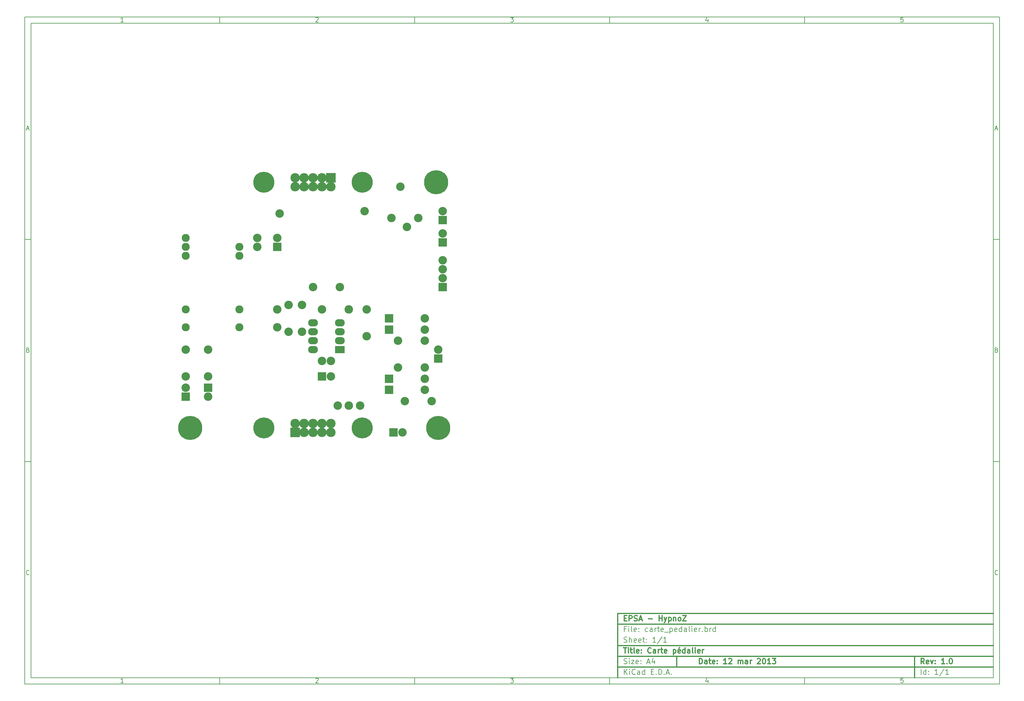
<source format=gts>
G04 (created by PCBNEW-RS274X (2012-01-19 BZR 3256)-stable) date 12/03/2013 15:31:22*
G01*
G70*
G90*
%MOIN*%
G04 Gerber Fmt 3.4, Leading zero omitted, Abs format*
%FSLAX34Y34*%
G04 APERTURE LIST*
%ADD10C,0.006000*%
%ADD11C,0.012000*%
%ADD12C,0.235000*%
%ADD13R,0.105000X0.105000*%
%ADD14C,0.105000*%
%ADD15C,0.095000*%
%ADD16R,0.095000X0.095000*%
%ADD17C,0.090000*%
%ADD18R,0.110000X0.082000*%
%ADD19O,0.110000X0.082000*%
%ADD20C,0.270000*%
G04 APERTURE END LIST*
G54D10*
X04000Y-04000D02*
X113000Y-04000D01*
X113000Y-78670D01*
X04000Y-78670D01*
X04000Y-04000D01*
X04700Y-04700D02*
X112300Y-04700D01*
X112300Y-77970D01*
X04700Y-77970D01*
X04700Y-04700D01*
X25800Y-04000D02*
X25800Y-04700D01*
X15043Y-04552D02*
X14757Y-04552D01*
X14900Y-04552D02*
X14900Y-04052D01*
X14852Y-04124D01*
X14805Y-04171D01*
X14757Y-04195D01*
X25800Y-78670D02*
X25800Y-77970D01*
X15043Y-78522D02*
X14757Y-78522D01*
X14900Y-78522D02*
X14900Y-78022D01*
X14852Y-78094D01*
X14805Y-78141D01*
X14757Y-78165D01*
X47600Y-04000D02*
X47600Y-04700D01*
X36557Y-04100D02*
X36581Y-04076D01*
X36629Y-04052D01*
X36748Y-04052D01*
X36795Y-04076D01*
X36819Y-04100D01*
X36843Y-04148D01*
X36843Y-04195D01*
X36819Y-04267D01*
X36533Y-04552D01*
X36843Y-04552D01*
X47600Y-78670D02*
X47600Y-77970D01*
X36557Y-78070D02*
X36581Y-78046D01*
X36629Y-78022D01*
X36748Y-78022D01*
X36795Y-78046D01*
X36819Y-78070D01*
X36843Y-78118D01*
X36843Y-78165D01*
X36819Y-78237D01*
X36533Y-78522D01*
X36843Y-78522D01*
X69400Y-04000D02*
X69400Y-04700D01*
X58333Y-04052D02*
X58643Y-04052D01*
X58476Y-04243D01*
X58548Y-04243D01*
X58595Y-04267D01*
X58619Y-04290D01*
X58643Y-04338D01*
X58643Y-04457D01*
X58619Y-04505D01*
X58595Y-04529D01*
X58548Y-04552D01*
X58405Y-04552D01*
X58357Y-04529D01*
X58333Y-04505D01*
X69400Y-78670D02*
X69400Y-77970D01*
X58333Y-78022D02*
X58643Y-78022D01*
X58476Y-78213D01*
X58548Y-78213D01*
X58595Y-78237D01*
X58619Y-78260D01*
X58643Y-78308D01*
X58643Y-78427D01*
X58619Y-78475D01*
X58595Y-78499D01*
X58548Y-78522D01*
X58405Y-78522D01*
X58357Y-78499D01*
X58333Y-78475D01*
X91200Y-04000D02*
X91200Y-04700D01*
X80395Y-04219D02*
X80395Y-04552D01*
X80276Y-04029D02*
X80157Y-04386D01*
X80467Y-04386D01*
X91200Y-78670D02*
X91200Y-77970D01*
X80395Y-78189D02*
X80395Y-78522D01*
X80276Y-77999D02*
X80157Y-78356D01*
X80467Y-78356D01*
X102219Y-04052D02*
X101981Y-04052D01*
X101957Y-04290D01*
X101981Y-04267D01*
X102029Y-04243D01*
X102148Y-04243D01*
X102195Y-04267D01*
X102219Y-04290D01*
X102243Y-04338D01*
X102243Y-04457D01*
X102219Y-04505D01*
X102195Y-04529D01*
X102148Y-04552D01*
X102029Y-04552D01*
X101981Y-04529D01*
X101957Y-04505D01*
X102219Y-78022D02*
X101981Y-78022D01*
X101957Y-78260D01*
X101981Y-78237D01*
X102029Y-78213D01*
X102148Y-78213D01*
X102195Y-78237D01*
X102219Y-78260D01*
X102243Y-78308D01*
X102243Y-78427D01*
X102219Y-78475D01*
X102195Y-78499D01*
X102148Y-78522D01*
X102029Y-78522D01*
X101981Y-78499D01*
X101957Y-78475D01*
X04000Y-28890D02*
X04700Y-28890D01*
X04231Y-16510D02*
X04469Y-16510D01*
X04184Y-16652D02*
X04350Y-16152D01*
X04517Y-16652D01*
X113000Y-28890D02*
X112300Y-28890D01*
X112531Y-16510D02*
X112769Y-16510D01*
X112484Y-16652D02*
X112650Y-16152D01*
X112817Y-16652D01*
X04000Y-53780D02*
X04700Y-53780D01*
X04386Y-41280D02*
X04457Y-41304D01*
X04481Y-41328D01*
X04505Y-41376D01*
X04505Y-41447D01*
X04481Y-41495D01*
X04457Y-41519D01*
X04410Y-41542D01*
X04219Y-41542D01*
X04219Y-41042D01*
X04386Y-41042D01*
X04433Y-41066D01*
X04457Y-41090D01*
X04481Y-41138D01*
X04481Y-41185D01*
X04457Y-41233D01*
X04433Y-41257D01*
X04386Y-41280D01*
X04219Y-41280D01*
X113000Y-53780D02*
X112300Y-53780D01*
X112686Y-41280D02*
X112757Y-41304D01*
X112781Y-41328D01*
X112805Y-41376D01*
X112805Y-41447D01*
X112781Y-41495D01*
X112757Y-41519D01*
X112710Y-41542D01*
X112519Y-41542D01*
X112519Y-41042D01*
X112686Y-41042D01*
X112733Y-41066D01*
X112757Y-41090D01*
X112781Y-41138D01*
X112781Y-41185D01*
X112757Y-41233D01*
X112733Y-41257D01*
X112686Y-41280D01*
X112519Y-41280D01*
X04505Y-66385D02*
X04481Y-66409D01*
X04410Y-66432D01*
X04362Y-66432D01*
X04290Y-66409D01*
X04243Y-66361D01*
X04219Y-66313D01*
X04195Y-66218D01*
X04195Y-66147D01*
X04219Y-66051D01*
X04243Y-66004D01*
X04290Y-65956D01*
X04362Y-65932D01*
X04410Y-65932D01*
X04481Y-65956D01*
X04505Y-65980D01*
X112805Y-66385D02*
X112781Y-66409D01*
X112710Y-66432D01*
X112662Y-66432D01*
X112590Y-66409D01*
X112543Y-66361D01*
X112519Y-66313D01*
X112495Y-66218D01*
X112495Y-66147D01*
X112519Y-66051D01*
X112543Y-66004D01*
X112590Y-65956D01*
X112662Y-65932D01*
X112710Y-65932D01*
X112781Y-65956D01*
X112805Y-65980D01*
G54D11*
X79443Y-76413D02*
X79443Y-75813D01*
X79586Y-75813D01*
X79671Y-75841D01*
X79729Y-75899D01*
X79757Y-75956D01*
X79786Y-76070D01*
X79786Y-76156D01*
X79757Y-76270D01*
X79729Y-76327D01*
X79671Y-76384D01*
X79586Y-76413D01*
X79443Y-76413D01*
X80300Y-76413D02*
X80300Y-76099D01*
X80271Y-76041D01*
X80214Y-76013D01*
X80100Y-76013D01*
X80043Y-76041D01*
X80300Y-76384D02*
X80243Y-76413D01*
X80100Y-76413D01*
X80043Y-76384D01*
X80014Y-76327D01*
X80014Y-76270D01*
X80043Y-76213D01*
X80100Y-76184D01*
X80243Y-76184D01*
X80300Y-76156D01*
X80500Y-76013D02*
X80729Y-76013D01*
X80586Y-75813D02*
X80586Y-76327D01*
X80614Y-76384D01*
X80672Y-76413D01*
X80729Y-76413D01*
X81157Y-76384D02*
X81100Y-76413D01*
X80986Y-76413D01*
X80929Y-76384D01*
X80900Y-76327D01*
X80900Y-76099D01*
X80929Y-76041D01*
X80986Y-76013D01*
X81100Y-76013D01*
X81157Y-76041D01*
X81186Y-76099D01*
X81186Y-76156D01*
X80900Y-76213D01*
X81443Y-76356D02*
X81471Y-76384D01*
X81443Y-76413D01*
X81414Y-76384D01*
X81443Y-76356D01*
X81443Y-76413D01*
X81443Y-76041D02*
X81471Y-76070D01*
X81443Y-76099D01*
X81414Y-76070D01*
X81443Y-76041D01*
X81443Y-76099D01*
X82500Y-76413D02*
X82157Y-76413D01*
X82329Y-76413D02*
X82329Y-75813D01*
X82272Y-75899D01*
X82214Y-75956D01*
X82157Y-75984D01*
X82728Y-75870D02*
X82757Y-75841D01*
X82814Y-75813D01*
X82957Y-75813D01*
X83014Y-75841D01*
X83043Y-75870D01*
X83071Y-75927D01*
X83071Y-75984D01*
X83043Y-76070D01*
X82700Y-76413D01*
X83071Y-76413D01*
X83785Y-76413D02*
X83785Y-76013D01*
X83785Y-76070D02*
X83813Y-76041D01*
X83871Y-76013D01*
X83956Y-76013D01*
X84013Y-76041D01*
X84042Y-76099D01*
X84042Y-76413D01*
X84042Y-76099D02*
X84071Y-76041D01*
X84128Y-76013D01*
X84213Y-76013D01*
X84271Y-76041D01*
X84299Y-76099D01*
X84299Y-76413D01*
X84842Y-76413D02*
X84842Y-76099D01*
X84813Y-76041D01*
X84756Y-76013D01*
X84642Y-76013D01*
X84585Y-76041D01*
X84842Y-76384D02*
X84785Y-76413D01*
X84642Y-76413D01*
X84585Y-76384D01*
X84556Y-76327D01*
X84556Y-76270D01*
X84585Y-76213D01*
X84642Y-76184D01*
X84785Y-76184D01*
X84842Y-76156D01*
X85128Y-76413D02*
X85128Y-76013D01*
X85128Y-76127D02*
X85156Y-76070D01*
X85185Y-76041D01*
X85242Y-76013D01*
X85299Y-76013D01*
X85927Y-75870D02*
X85956Y-75841D01*
X86013Y-75813D01*
X86156Y-75813D01*
X86213Y-75841D01*
X86242Y-75870D01*
X86270Y-75927D01*
X86270Y-75984D01*
X86242Y-76070D01*
X85899Y-76413D01*
X86270Y-76413D01*
X86641Y-75813D02*
X86698Y-75813D01*
X86755Y-75841D01*
X86784Y-75870D01*
X86813Y-75927D01*
X86841Y-76041D01*
X86841Y-76184D01*
X86813Y-76299D01*
X86784Y-76356D01*
X86755Y-76384D01*
X86698Y-76413D01*
X86641Y-76413D01*
X86584Y-76384D01*
X86555Y-76356D01*
X86527Y-76299D01*
X86498Y-76184D01*
X86498Y-76041D01*
X86527Y-75927D01*
X86555Y-75870D01*
X86584Y-75841D01*
X86641Y-75813D01*
X87412Y-76413D02*
X87069Y-76413D01*
X87241Y-76413D02*
X87241Y-75813D01*
X87184Y-75899D01*
X87126Y-75956D01*
X87069Y-75984D01*
X87612Y-75813D02*
X87983Y-75813D01*
X87783Y-76041D01*
X87869Y-76041D01*
X87926Y-76070D01*
X87955Y-76099D01*
X87983Y-76156D01*
X87983Y-76299D01*
X87955Y-76356D01*
X87926Y-76384D01*
X87869Y-76413D01*
X87697Y-76413D01*
X87640Y-76384D01*
X87612Y-76356D01*
G54D10*
X71043Y-77613D02*
X71043Y-77013D01*
X71386Y-77613D02*
X71129Y-77270D01*
X71386Y-77013D02*
X71043Y-77356D01*
X71643Y-77613D02*
X71643Y-77213D01*
X71643Y-77013D02*
X71614Y-77041D01*
X71643Y-77070D01*
X71671Y-77041D01*
X71643Y-77013D01*
X71643Y-77070D01*
X72272Y-77556D02*
X72243Y-77584D01*
X72157Y-77613D01*
X72100Y-77613D01*
X72015Y-77584D01*
X71957Y-77527D01*
X71929Y-77470D01*
X71900Y-77356D01*
X71900Y-77270D01*
X71929Y-77156D01*
X71957Y-77099D01*
X72015Y-77041D01*
X72100Y-77013D01*
X72157Y-77013D01*
X72243Y-77041D01*
X72272Y-77070D01*
X72786Y-77613D02*
X72786Y-77299D01*
X72757Y-77241D01*
X72700Y-77213D01*
X72586Y-77213D01*
X72529Y-77241D01*
X72786Y-77584D02*
X72729Y-77613D01*
X72586Y-77613D01*
X72529Y-77584D01*
X72500Y-77527D01*
X72500Y-77470D01*
X72529Y-77413D01*
X72586Y-77384D01*
X72729Y-77384D01*
X72786Y-77356D01*
X73329Y-77613D02*
X73329Y-77013D01*
X73329Y-77584D02*
X73272Y-77613D01*
X73158Y-77613D01*
X73100Y-77584D01*
X73072Y-77556D01*
X73043Y-77499D01*
X73043Y-77327D01*
X73072Y-77270D01*
X73100Y-77241D01*
X73158Y-77213D01*
X73272Y-77213D01*
X73329Y-77241D01*
X74072Y-77299D02*
X74272Y-77299D01*
X74358Y-77613D02*
X74072Y-77613D01*
X74072Y-77013D01*
X74358Y-77013D01*
X74615Y-77556D02*
X74643Y-77584D01*
X74615Y-77613D01*
X74586Y-77584D01*
X74615Y-77556D01*
X74615Y-77613D01*
X74901Y-77613D02*
X74901Y-77013D01*
X75044Y-77013D01*
X75129Y-77041D01*
X75187Y-77099D01*
X75215Y-77156D01*
X75244Y-77270D01*
X75244Y-77356D01*
X75215Y-77470D01*
X75187Y-77527D01*
X75129Y-77584D01*
X75044Y-77613D01*
X74901Y-77613D01*
X75501Y-77556D02*
X75529Y-77584D01*
X75501Y-77613D01*
X75472Y-77584D01*
X75501Y-77556D01*
X75501Y-77613D01*
X75758Y-77441D02*
X76044Y-77441D01*
X75701Y-77613D02*
X75901Y-77013D01*
X76101Y-77613D01*
X76301Y-77556D02*
X76329Y-77584D01*
X76301Y-77613D01*
X76272Y-77584D01*
X76301Y-77556D01*
X76301Y-77613D01*
G54D11*
X104586Y-76413D02*
X104386Y-76127D01*
X104243Y-76413D02*
X104243Y-75813D01*
X104471Y-75813D01*
X104529Y-75841D01*
X104557Y-75870D01*
X104586Y-75927D01*
X104586Y-76013D01*
X104557Y-76070D01*
X104529Y-76099D01*
X104471Y-76127D01*
X104243Y-76127D01*
X105071Y-76384D02*
X105014Y-76413D01*
X104900Y-76413D01*
X104843Y-76384D01*
X104814Y-76327D01*
X104814Y-76099D01*
X104843Y-76041D01*
X104900Y-76013D01*
X105014Y-76013D01*
X105071Y-76041D01*
X105100Y-76099D01*
X105100Y-76156D01*
X104814Y-76213D01*
X105300Y-76013D02*
X105443Y-76413D01*
X105585Y-76013D01*
X105814Y-76356D02*
X105842Y-76384D01*
X105814Y-76413D01*
X105785Y-76384D01*
X105814Y-76356D01*
X105814Y-76413D01*
X105814Y-76041D02*
X105842Y-76070D01*
X105814Y-76099D01*
X105785Y-76070D01*
X105814Y-76041D01*
X105814Y-76099D01*
X106871Y-76413D02*
X106528Y-76413D01*
X106700Y-76413D02*
X106700Y-75813D01*
X106643Y-75899D01*
X106585Y-75956D01*
X106528Y-75984D01*
X107128Y-76356D02*
X107156Y-76384D01*
X107128Y-76413D01*
X107099Y-76384D01*
X107128Y-76356D01*
X107128Y-76413D01*
X107528Y-75813D02*
X107585Y-75813D01*
X107642Y-75841D01*
X107671Y-75870D01*
X107700Y-75927D01*
X107728Y-76041D01*
X107728Y-76184D01*
X107700Y-76299D01*
X107671Y-76356D01*
X107642Y-76384D01*
X107585Y-76413D01*
X107528Y-76413D01*
X107471Y-76384D01*
X107442Y-76356D01*
X107414Y-76299D01*
X107385Y-76184D01*
X107385Y-76041D01*
X107414Y-75927D01*
X107442Y-75870D01*
X107471Y-75841D01*
X107528Y-75813D01*
G54D10*
X71014Y-76384D02*
X71100Y-76413D01*
X71243Y-76413D01*
X71300Y-76384D01*
X71329Y-76356D01*
X71357Y-76299D01*
X71357Y-76241D01*
X71329Y-76184D01*
X71300Y-76156D01*
X71243Y-76127D01*
X71129Y-76099D01*
X71071Y-76070D01*
X71043Y-76041D01*
X71014Y-75984D01*
X71014Y-75927D01*
X71043Y-75870D01*
X71071Y-75841D01*
X71129Y-75813D01*
X71271Y-75813D01*
X71357Y-75841D01*
X71614Y-76413D02*
X71614Y-76013D01*
X71614Y-75813D02*
X71585Y-75841D01*
X71614Y-75870D01*
X71642Y-75841D01*
X71614Y-75813D01*
X71614Y-75870D01*
X71843Y-76013D02*
X72157Y-76013D01*
X71843Y-76413D01*
X72157Y-76413D01*
X72614Y-76384D02*
X72557Y-76413D01*
X72443Y-76413D01*
X72386Y-76384D01*
X72357Y-76327D01*
X72357Y-76099D01*
X72386Y-76041D01*
X72443Y-76013D01*
X72557Y-76013D01*
X72614Y-76041D01*
X72643Y-76099D01*
X72643Y-76156D01*
X72357Y-76213D01*
X72900Y-76356D02*
X72928Y-76384D01*
X72900Y-76413D01*
X72871Y-76384D01*
X72900Y-76356D01*
X72900Y-76413D01*
X72900Y-76041D02*
X72928Y-76070D01*
X72900Y-76099D01*
X72871Y-76070D01*
X72900Y-76041D01*
X72900Y-76099D01*
X73614Y-76241D02*
X73900Y-76241D01*
X73557Y-76413D02*
X73757Y-75813D01*
X73957Y-76413D01*
X74414Y-76013D02*
X74414Y-76413D01*
X74271Y-75784D02*
X74128Y-76213D01*
X74500Y-76213D01*
X104243Y-77613D02*
X104243Y-77013D01*
X104786Y-77613D02*
X104786Y-77013D01*
X104786Y-77584D02*
X104729Y-77613D01*
X104615Y-77613D01*
X104557Y-77584D01*
X104529Y-77556D01*
X104500Y-77499D01*
X104500Y-77327D01*
X104529Y-77270D01*
X104557Y-77241D01*
X104615Y-77213D01*
X104729Y-77213D01*
X104786Y-77241D01*
X105072Y-77556D02*
X105100Y-77584D01*
X105072Y-77613D01*
X105043Y-77584D01*
X105072Y-77556D01*
X105072Y-77613D01*
X105072Y-77241D02*
X105100Y-77270D01*
X105072Y-77299D01*
X105043Y-77270D01*
X105072Y-77241D01*
X105072Y-77299D01*
X106129Y-77613D02*
X105786Y-77613D01*
X105958Y-77613D02*
X105958Y-77013D01*
X105901Y-77099D01*
X105843Y-77156D01*
X105786Y-77184D01*
X106814Y-76984D02*
X106300Y-77756D01*
X107329Y-77613D02*
X106986Y-77613D01*
X107158Y-77613D02*
X107158Y-77013D01*
X107101Y-77099D01*
X107043Y-77156D01*
X106986Y-77184D01*
G54D11*
X70957Y-74613D02*
X71300Y-74613D01*
X71129Y-75213D02*
X71129Y-74613D01*
X71500Y-75213D02*
X71500Y-74813D01*
X71500Y-74613D02*
X71471Y-74641D01*
X71500Y-74670D01*
X71528Y-74641D01*
X71500Y-74613D01*
X71500Y-74670D01*
X71700Y-74813D02*
X71929Y-74813D01*
X71786Y-74613D02*
X71786Y-75127D01*
X71814Y-75184D01*
X71872Y-75213D01*
X71929Y-75213D01*
X72215Y-75213D02*
X72157Y-75184D01*
X72129Y-75127D01*
X72129Y-74613D01*
X72671Y-75184D02*
X72614Y-75213D01*
X72500Y-75213D01*
X72443Y-75184D01*
X72414Y-75127D01*
X72414Y-74899D01*
X72443Y-74841D01*
X72500Y-74813D01*
X72614Y-74813D01*
X72671Y-74841D01*
X72700Y-74899D01*
X72700Y-74956D01*
X72414Y-75013D01*
X72957Y-75156D02*
X72985Y-75184D01*
X72957Y-75213D01*
X72928Y-75184D01*
X72957Y-75156D01*
X72957Y-75213D01*
X72957Y-74841D02*
X72985Y-74870D01*
X72957Y-74899D01*
X72928Y-74870D01*
X72957Y-74841D01*
X72957Y-74899D01*
X74043Y-75156D02*
X74014Y-75184D01*
X73928Y-75213D01*
X73871Y-75213D01*
X73786Y-75184D01*
X73728Y-75127D01*
X73700Y-75070D01*
X73671Y-74956D01*
X73671Y-74870D01*
X73700Y-74756D01*
X73728Y-74699D01*
X73786Y-74641D01*
X73871Y-74613D01*
X73928Y-74613D01*
X74014Y-74641D01*
X74043Y-74670D01*
X74557Y-75213D02*
X74557Y-74899D01*
X74528Y-74841D01*
X74471Y-74813D01*
X74357Y-74813D01*
X74300Y-74841D01*
X74557Y-75184D02*
X74500Y-75213D01*
X74357Y-75213D01*
X74300Y-75184D01*
X74271Y-75127D01*
X74271Y-75070D01*
X74300Y-75013D01*
X74357Y-74984D01*
X74500Y-74984D01*
X74557Y-74956D01*
X74843Y-75213D02*
X74843Y-74813D01*
X74843Y-74927D02*
X74871Y-74870D01*
X74900Y-74841D01*
X74957Y-74813D01*
X75014Y-74813D01*
X75128Y-74813D02*
X75357Y-74813D01*
X75214Y-74613D02*
X75214Y-75127D01*
X75242Y-75184D01*
X75300Y-75213D01*
X75357Y-75213D01*
X75785Y-75184D02*
X75728Y-75213D01*
X75614Y-75213D01*
X75557Y-75184D01*
X75528Y-75127D01*
X75528Y-74899D01*
X75557Y-74841D01*
X75614Y-74813D01*
X75728Y-74813D01*
X75785Y-74841D01*
X75814Y-74899D01*
X75814Y-74956D01*
X75528Y-75013D01*
X76528Y-74813D02*
X76528Y-75413D01*
X76528Y-74841D02*
X76585Y-74813D01*
X76699Y-74813D01*
X76756Y-74841D01*
X76785Y-74870D01*
X76814Y-74927D01*
X76814Y-75099D01*
X76785Y-75156D01*
X76756Y-75184D01*
X76699Y-75213D01*
X76585Y-75213D01*
X76528Y-75184D01*
X77299Y-75184D02*
X77242Y-75213D01*
X77128Y-75213D01*
X77071Y-75184D01*
X77042Y-75127D01*
X77042Y-74899D01*
X77071Y-74841D01*
X77128Y-74813D01*
X77242Y-74813D01*
X77299Y-74841D01*
X77328Y-74899D01*
X77328Y-74956D01*
X77042Y-75013D01*
X77242Y-74584D02*
X77157Y-74670D01*
X77842Y-75213D02*
X77842Y-74613D01*
X77842Y-75184D02*
X77785Y-75213D01*
X77671Y-75213D01*
X77613Y-75184D01*
X77585Y-75156D01*
X77556Y-75099D01*
X77556Y-74927D01*
X77585Y-74870D01*
X77613Y-74841D01*
X77671Y-74813D01*
X77785Y-74813D01*
X77842Y-74841D01*
X78385Y-75213D02*
X78385Y-74899D01*
X78356Y-74841D01*
X78299Y-74813D01*
X78185Y-74813D01*
X78128Y-74841D01*
X78385Y-75184D02*
X78328Y-75213D01*
X78185Y-75213D01*
X78128Y-75184D01*
X78099Y-75127D01*
X78099Y-75070D01*
X78128Y-75013D01*
X78185Y-74984D01*
X78328Y-74984D01*
X78385Y-74956D01*
X78757Y-75213D02*
X78699Y-75184D01*
X78671Y-75127D01*
X78671Y-74613D01*
X78985Y-75213D02*
X78985Y-74813D01*
X78985Y-74613D02*
X78956Y-74641D01*
X78985Y-74670D01*
X79013Y-74641D01*
X78985Y-74613D01*
X78985Y-74670D01*
X79499Y-75184D02*
X79442Y-75213D01*
X79328Y-75213D01*
X79271Y-75184D01*
X79242Y-75127D01*
X79242Y-74899D01*
X79271Y-74841D01*
X79328Y-74813D01*
X79442Y-74813D01*
X79499Y-74841D01*
X79528Y-74899D01*
X79528Y-74956D01*
X79242Y-75013D01*
X79785Y-75213D02*
X79785Y-74813D01*
X79785Y-74927D02*
X79813Y-74870D01*
X79842Y-74841D01*
X79899Y-74813D01*
X79956Y-74813D01*
G54D10*
X71243Y-72499D02*
X71043Y-72499D01*
X71043Y-72813D02*
X71043Y-72213D01*
X71329Y-72213D01*
X71557Y-72813D02*
X71557Y-72413D01*
X71557Y-72213D02*
X71528Y-72241D01*
X71557Y-72270D01*
X71585Y-72241D01*
X71557Y-72213D01*
X71557Y-72270D01*
X71929Y-72813D02*
X71871Y-72784D01*
X71843Y-72727D01*
X71843Y-72213D01*
X72385Y-72784D02*
X72328Y-72813D01*
X72214Y-72813D01*
X72157Y-72784D01*
X72128Y-72727D01*
X72128Y-72499D01*
X72157Y-72441D01*
X72214Y-72413D01*
X72328Y-72413D01*
X72385Y-72441D01*
X72414Y-72499D01*
X72414Y-72556D01*
X72128Y-72613D01*
X72671Y-72756D02*
X72699Y-72784D01*
X72671Y-72813D01*
X72642Y-72784D01*
X72671Y-72756D01*
X72671Y-72813D01*
X72671Y-72441D02*
X72699Y-72470D01*
X72671Y-72499D01*
X72642Y-72470D01*
X72671Y-72441D01*
X72671Y-72499D01*
X73671Y-72784D02*
X73614Y-72813D01*
X73500Y-72813D01*
X73442Y-72784D01*
X73414Y-72756D01*
X73385Y-72699D01*
X73385Y-72527D01*
X73414Y-72470D01*
X73442Y-72441D01*
X73500Y-72413D01*
X73614Y-72413D01*
X73671Y-72441D01*
X74185Y-72813D02*
X74185Y-72499D01*
X74156Y-72441D01*
X74099Y-72413D01*
X73985Y-72413D01*
X73928Y-72441D01*
X74185Y-72784D02*
X74128Y-72813D01*
X73985Y-72813D01*
X73928Y-72784D01*
X73899Y-72727D01*
X73899Y-72670D01*
X73928Y-72613D01*
X73985Y-72584D01*
X74128Y-72584D01*
X74185Y-72556D01*
X74471Y-72813D02*
X74471Y-72413D01*
X74471Y-72527D02*
X74499Y-72470D01*
X74528Y-72441D01*
X74585Y-72413D01*
X74642Y-72413D01*
X74756Y-72413D02*
X74985Y-72413D01*
X74842Y-72213D02*
X74842Y-72727D01*
X74870Y-72784D01*
X74928Y-72813D01*
X74985Y-72813D01*
X75413Y-72784D02*
X75356Y-72813D01*
X75242Y-72813D01*
X75185Y-72784D01*
X75156Y-72727D01*
X75156Y-72499D01*
X75185Y-72441D01*
X75242Y-72413D01*
X75356Y-72413D01*
X75413Y-72441D01*
X75442Y-72499D01*
X75442Y-72556D01*
X75156Y-72613D01*
X75556Y-72870D02*
X76013Y-72870D01*
X76156Y-72413D02*
X76156Y-73013D01*
X76156Y-72441D02*
X76213Y-72413D01*
X76327Y-72413D01*
X76384Y-72441D01*
X76413Y-72470D01*
X76442Y-72527D01*
X76442Y-72699D01*
X76413Y-72756D01*
X76384Y-72784D01*
X76327Y-72813D01*
X76213Y-72813D01*
X76156Y-72784D01*
X76927Y-72784D02*
X76870Y-72813D01*
X76756Y-72813D01*
X76699Y-72784D01*
X76670Y-72727D01*
X76670Y-72499D01*
X76699Y-72441D01*
X76756Y-72413D01*
X76870Y-72413D01*
X76927Y-72441D01*
X76956Y-72499D01*
X76956Y-72556D01*
X76670Y-72613D01*
X77470Y-72813D02*
X77470Y-72213D01*
X77470Y-72784D02*
X77413Y-72813D01*
X77299Y-72813D01*
X77241Y-72784D01*
X77213Y-72756D01*
X77184Y-72699D01*
X77184Y-72527D01*
X77213Y-72470D01*
X77241Y-72441D01*
X77299Y-72413D01*
X77413Y-72413D01*
X77470Y-72441D01*
X78013Y-72813D02*
X78013Y-72499D01*
X77984Y-72441D01*
X77927Y-72413D01*
X77813Y-72413D01*
X77756Y-72441D01*
X78013Y-72784D02*
X77956Y-72813D01*
X77813Y-72813D01*
X77756Y-72784D01*
X77727Y-72727D01*
X77727Y-72670D01*
X77756Y-72613D01*
X77813Y-72584D01*
X77956Y-72584D01*
X78013Y-72556D01*
X78385Y-72813D02*
X78327Y-72784D01*
X78299Y-72727D01*
X78299Y-72213D01*
X78613Y-72813D02*
X78613Y-72413D01*
X78613Y-72213D02*
X78584Y-72241D01*
X78613Y-72270D01*
X78641Y-72241D01*
X78613Y-72213D01*
X78613Y-72270D01*
X79127Y-72784D02*
X79070Y-72813D01*
X78956Y-72813D01*
X78899Y-72784D01*
X78870Y-72727D01*
X78870Y-72499D01*
X78899Y-72441D01*
X78956Y-72413D01*
X79070Y-72413D01*
X79127Y-72441D01*
X79156Y-72499D01*
X79156Y-72556D01*
X78870Y-72613D01*
X79413Y-72813D02*
X79413Y-72413D01*
X79413Y-72527D02*
X79441Y-72470D01*
X79470Y-72441D01*
X79527Y-72413D01*
X79584Y-72413D01*
X79784Y-72756D02*
X79812Y-72784D01*
X79784Y-72813D01*
X79755Y-72784D01*
X79784Y-72756D01*
X79784Y-72813D01*
X80070Y-72813D02*
X80070Y-72213D01*
X80070Y-72441D02*
X80127Y-72413D01*
X80241Y-72413D01*
X80298Y-72441D01*
X80327Y-72470D01*
X80356Y-72527D01*
X80356Y-72699D01*
X80327Y-72756D01*
X80298Y-72784D01*
X80241Y-72813D01*
X80127Y-72813D01*
X80070Y-72784D01*
X80613Y-72813D02*
X80613Y-72413D01*
X80613Y-72527D02*
X80641Y-72470D01*
X80670Y-72441D01*
X80727Y-72413D01*
X80784Y-72413D01*
X81241Y-72813D02*
X81241Y-72213D01*
X81241Y-72784D02*
X81184Y-72813D01*
X81070Y-72813D01*
X81012Y-72784D01*
X80984Y-72756D01*
X80955Y-72699D01*
X80955Y-72527D01*
X80984Y-72470D01*
X81012Y-72441D01*
X81070Y-72413D01*
X81184Y-72413D01*
X81241Y-72441D01*
X71014Y-73984D02*
X71100Y-74013D01*
X71243Y-74013D01*
X71300Y-73984D01*
X71329Y-73956D01*
X71357Y-73899D01*
X71357Y-73841D01*
X71329Y-73784D01*
X71300Y-73756D01*
X71243Y-73727D01*
X71129Y-73699D01*
X71071Y-73670D01*
X71043Y-73641D01*
X71014Y-73584D01*
X71014Y-73527D01*
X71043Y-73470D01*
X71071Y-73441D01*
X71129Y-73413D01*
X71271Y-73413D01*
X71357Y-73441D01*
X71614Y-74013D02*
X71614Y-73413D01*
X71871Y-74013D02*
X71871Y-73699D01*
X71842Y-73641D01*
X71785Y-73613D01*
X71700Y-73613D01*
X71642Y-73641D01*
X71614Y-73670D01*
X72385Y-73984D02*
X72328Y-74013D01*
X72214Y-74013D01*
X72157Y-73984D01*
X72128Y-73927D01*
X72128Y-73699D01*
X72157Y-73641D01*
X72214Y-73613D01*
X72328Y-73613D01*
X72385Y-73641D01*
X72414Y-73699D01*
X72414Y-73756D01*
X72128Y-73813D01*
X72899Y-73984D02*
X72842Y-74013D01*
X72728Y-74013D01*
X72671Y-73984D01*
X72642Y-73927D01*
X72642Y-73699D01*
X72671Y-73641D01*
X72728Y-73613D01*
X72842Y-73613D01*
X72899Y-73641D01*
X72928Y-73699D01*
X72928Y-73756D01*
X72642Y-73813D01*
X73099Y-73613D02*
X73328Y-73613D01*
X73185Y-73413D02*
X73185Y-73927D01*
X73213Y-73984D01*
X73271Y-74013D01*
X73328Y-74013D01*
X73528Y-73956D02*
X73556Y-73984D01*
X73528Y-74013D01*
X73499Y-73984D01*
X73528Y-73956D01*
X73528Y-74013D01*
X73528Y-73641D02*
X73556Y-73670D01*
X73528Y-73699D01*
X73499Y-73670D01*
X73528Y-73641D01*
X73528Y-73699D01*
X74585Y-74013D02*
X74242Y-74013D01*
X74414Y-74013D02*
X74414Y-73413D01*
X74357Y-73499D01*
X74299Y-73556D01*
X74242Y-73584D01*
X75270Y-73384D02*
X74756Y-74156D01*
X75785Y-74013D02*
X75442Y-74013D01*
X75614Y-74013D02*
X75614Y-73413D01*
X75557Y-73499D01*
X75499Y-73556D01*
X75442Y-73584D01*
G54D11*
X71043Y-71299D02*
X71243Y-71299D01*
X71329Y-71613D02*
X71043Y-71613D01*
X71043Y-71013D01*
X71329Y-71013D01*
X71586Y-71613D02*
X71586Y-71013D01*
X71814Y-71013D01*
X71872Y-71041D01*
X71900Y-71070D01*
X71929Y-71127D01*
X71929Y-71213D01*
X71900Y-71270D01*
X71872Y-71299D01*
X71814Y-71327D01*
X71586Y-71327D01*
X72157Y-71584D02*
X72243Y-71613D01*
X72386Y-71613D01*
X72443Y-71584D01*
X72472Y-71556D01*
X72500Y-71499D01*
X72500Y-71441D01*
X72472Y-71384D01*
X72443Y-71356D01*
X72386Y-71327D01*
X72272Y-71299D01*
X72214Y-71270D01*
X72186Y-71241D01*
X72157Y-71184D01*
X72157Y-71127D01*
X72186Y-71070D01*
X72214Y-71041D01*
X72272Y-71013D01*
X72414Y-71013D01*
X72500Y-71041D01*
X72728Y-71441D02*
X73014Y-71441D01*
X72671Y-71613D02*
X72871Y-71013D01*
X73071Y-71613D01*
X73728Y-71384D02*
X74185Y-71384D01*
X74928Y-71613D02*
X74928Y-71013D01*
X74928Y-71299D02*
X75271Y-71299D01*
X75271Y-71613D02*
X75271Y-71013D01*
X75500Y-71213D02*
X75643Y-71613D01*
X75785Y-71213D02*
X75643Y-71613D01*
X75585Y-71756D01*
X75557Y-71784D01*
X75500Y-71813D01*
X76014Y-71213D02*
X76014Y-71813D01*
X76014Y-71241D02*
X76071Y-71213D01*
X76185Y-71213D01*
X76242Y-71241D01*
X76271Y-71270D01*
X76300Y-71327D01*
X76300Y-71499D01*
X76271Y-71556D01*
X76242Y-71584D01*
X76185Y-71613D01*
X76071Y-71613D01*
X76014Y-71584D01*
X76557Y-71213D02*
X76557Y-71613D01*
X76557Y-71270D02*
X76585Y-71241D01*
X76643Y-71213D01*
X76728Y-71213D01*
X76785Y-71241D01*
X76814Y-71299D01*
X76814Y-71613D01*
X77186Y-71613D02*
X77128Y-71584D01*
X77100Y-71556D01*
X77071Y-71499D01*
X77071Y-71327D01*
X77100Y-71270D01*
X77128Y-71241D01*
X77186Y-71213D01*
X77271Y-71213D01*
X77328Y-71241D01*
X77357Y-71270D01*
X77386Y-71327D01*
X77386Y-71499D01*
X77357Y-71556D01*
X77328Y-71584D01*
X77271Y-71613D01*
X77186Y-71613D01*
X77586Y-71013D02*
X77986Y-71013D01*
X77586Y-71613D01*
X77986Y-71613D01*
X70300Y-70770D02*
X70300Y-77970D01*
X70300Y-71970D02*
X112300Y-71970D01*
X70300Y-70770D02*
X112300Y-70770D01*
X70300Y-74370D02*
X112300Y-74370D01*
X103500Y-75570D02*
X103500Y-77970D01*
X70300Y-76770D02*
X112300Y-76770D01*
X70300Y-75570D02*
X112300Y-75570D01*
X76900Y-75570D02*
X76900Y-76770D01*
G54D12*
X30750Y-50000D03*
X41750Y-50000D03*
G54D13*
X34250Y-50500D03*
G54D14*
X34250Y-49500D03*
X35250Y-50500D03*
X35250Y-49500D03*
X36250Y-50500D03*
X36250Y-49500D03*
X37250Y-50500D03*
X37250Y-49500D03*
X38250Y-50500D03*
X38250Y-49500D03*
G54D12*
X41750Y-22500D03*
X30750Y-22500D03*
G54D13*
X38250Y-22000D03*
G54D14*
X38250Y-23000D03*
X37250Y-22000D03*
X37250Y-23000D03*
X36250Y-22000D03*
X36250Y-23000D03*
X35250Y-22000D03*
X35250Y-23000D03*
X34250Y-22000D03*
X34250Y-23000D03*
G54D15*
X37250Y-42500D03*
X38250Y-42500D03*
X30000Y-29750D03*
X30000Y-28750D03*
G54D16*
X37250Y-44250D03*
G54D15*
X38250Y-44250D03*
G54D16*
X32250Y-29750D03*
G54D15*
X32250Y-28750D03*
X32250Y-38750D03*
X32250Y-36750D03*
X48750Y-37750D03*
G54D16*
X44750Y-37750D03*
G54D15*
X48750Y-45750D03*
G54D16*
X44750Y-45750D03*
G54D15*
X48750Y-39000D03*
G54D16*
X44750Y-39000D03*
G54D15*
X48750Y-44500D03*
G54D16*
X44750Y-44500D03*
X50750Y-29250D03*
G54D15*
X50750Y-28250D03*
G54D16*
X50750Y-26750D03*
G54D15*
X50750Y-25750D03*
G54D16*
X45250Y-50500D03*
G54D15*
X46250Y-50500D03*
G54D16*
X50250Y-42250D03*
G54D15*
X50250Y-41250D03*
X50750Y-31250D03*
X50750Y-32250D03*
G54D16*
X50750Y-34250D03*
G54D15*
X50750Y-33250D03*
G54D16*
X22000Y-46500D03*
G54D15*
X22000Y-45500D03*
G54D16*
X24500Y-45500D03*
G54D15*
X24500Y-46500D03*
X24500Y-41250D03*
X24500Y-44250D03*
X46500Y-47000D03*
X49500Y-47000D03*
X48000Y-26500D03*
X45000Y-26500D03*
X22000Y-41250D03*
X22000Y-44250D03*
X40250Y-36750D03*
X37250Y-36750D03*
X48750Y-43250D03*
X45750Y-43250D03*
X48750Y-40250D03*
X45750Y-40250D03*
X35000Y-36250D03*
X35000Y-39250D03*
X33500Y-36250D03*
X33500Y-39250D03*
X36250Y-34250D03*
X39250Y-34250D03*
X42250Y-39750D03*
X42250Y-36750D03*
G54D17*
X22000Y-28750D03*
X22000Y-29750D03*
X22000Y-30750D03*
X22000Y-36750D03*
X22000Y-38750D03*
X28000Y-38750D03*
X28000Y-36750D03*
X28000Y-30750D03*
X28000Y-29750D03*
G54D18*
X39250Y-41250D03*
G54D19*
X39250Y-40250D03*
X39250Y-39250D03*
X39250Y-38250D03*
X36250Y-38250D03*
X36250Y-39250D03*
X36250Y-40250D03*
X36250Y-41250D03*
G54D20*
X50000Y-22500D03*
X50250Y-50000D03*
X22500Y-50000D03*
G54D15*
X46750Y-27500D03*
X39000Y-47500D03*
X42000Y-25750D03*
X32500Y-26000D03*
X40250Y-47500D03*
X46000Y-23000D03*
X41500Y-47500D03*
M02*

</source>
